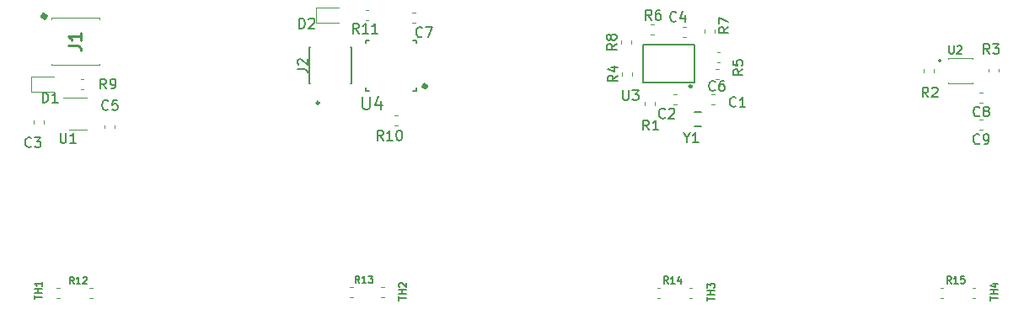
<source format=gto>
G04 #@! TF.GenerationSoftware,KiCad,Pcbnew,(5.99.0-2415-gbbdd3fce7)*
G04 #@! TF.CreationDate,2020-08-31T21:48:51-07:00*
G04 #@! TF.ProjectId,VineHoop_Islands,56696e65-486f-46f7-905f-49736c616e64,rev?*
G04 #@! TF.SameCoordinates,Original*
G04 #@! TF.FileFunction,Legend,Top*
G04 #@! TF.FilePolarity,Positive*
%FSLAX46Y46*%
G04 Gerber Fmt 4.6, Leading zero omitted, Abs format (unit mm)*
G04 Created by KiCad (PCBNEW (5.99.0-2415-gbbdd3fce7)) date 2020-08-31 21:48:51*
%MOMM*%
%LPD*%
G01*
G04 APERTURE LIST*
%ADD10C,0.500000*%
%ADD11C,0.381000*%
%ADD12C,0.150000*%
%ADD13C,0.254000*%
%ADD14C,0.149860*%
%ADD15C,0.120000*%
%ADD16C,0.100000*%
%ADD17C,0.152400*%
%ADD18C,0.200000*%
%ADD19C,0.127000*%
%ADD20C,0.304800*%
%ADD21C,0.250000*%
G04 APERTURE END LIST*
D10*
X127050000Y-52360000D02*
G75*
G03*
X127050000Y-52360000I-150000J0D01*
G01*
D11*
X165290000Y-59400000D02*
G75*
G03*
X165290000Y-59400000I-150000J0D01*
G01*
D12*
X220873333Y-65117142D02*
X220825714Y-65164761D01*
X220682857Y-65212380D01*
X220587619Y-65212380D01*
X220444761Y-65164761D01*
X220349523Y-65069523D01*
X220301904Y-64974285D01*
X220254285Y-64783809D01*
X220254285Y-64640952D01*
X220301904Y-64450476D01*
X220349523Y-64355238D01*
X220444761Y-64260000D01*
X220587619Y-64212380D01*
X220682857Y-64212380D01*
X220825714Y-64260000D01*
X220873333Y-64307619D01*
X221349523Y-65212380D02*
X221540000Y-65212380D01*
X221635238Y-65164761D01*
X221682857Y-65117142D01*
X221778095Y-64974285D01*
X221825714Y-64783809D01*
X221825714Y-64402857D01*
X221778095Y-64307619D01*
X221730476Y-64260000D01*
X221635238Y-64212380D01*
X221444761Y-64212380D01*
X221349523Y-64260000D01*
X221301904Y-64307619D01*
X221254285Y-64402857D01*
X221254285Y-64640952D01*
X221301904Y-64736190D01*
X221349523Y-64783809D01*
X221444761Y-64831428D01*
X221635238Y-64831428D01*
X221730476Y-64783809D01*
X221778095Y-64736190D01*
X221825714Y-64640952D01*
X220893333Y-62357142D02*
X220845714Y-62404761D01*
X220702857Y-62452380D01*
X220607619Y-62452380D01*
X220464761Y-62404761D01*
X220369523Y-62309523D01*
X220321904Y-62214285D01*
X220274285Y-62023809D01*
X220274285Y-61880952D01*
X220321904Y-61690476D01*
X220369523Y-61595238D01*
X220464761Y-61500000D01*
X220607619Y-61452380D01*
X220702857Y-61452380D01*
X220845714Y-61500000D01*
X220893333Y-61547619D01*
X221464761Y-61880952D02*
X221369523Y-61833333D01*
X221321904Y-61785714D01*
X221274285Y-61690476D01*
X221274285Y-61642857D01*
X221321904Y-61547619D01*
X221369523Y-61500000D01*
X221464761Y-61452380D01*
X221655238Y-61452380D01*
X221750476Y-61500000D01*
X221798095Y-61547619D01*
X221845714Y-61642857D01*
X221845714Y-61690476D01*
X221798095Y-61785714D01*
X221750476Y-61833333D01*
X221655238Y-61880952D01*
X221464761Y-61880952D01*
X221369523Y-61928571D01*
X221321904Y-61976190D01*
X221274285Y-62071428D01*
X221274285Y-62261904D01*
X221321904Y-62357142D01*
X221369523Y-62404761D01*
X221464761Y-62452380D01*
X221655238Y-62452380D01*
X221750476Y-62404761D01*
X221798095Y-62357142D01*
X221845714Y-62261904D01*
X221845714Y-62071428D01*
X221798095Y-61976190D01*
X221750476Y-61928571D01*
X221655238Y-61880952D01*
D13*
X129345624Y-55310133D02*
X130252767Y-55310133D01*
X130434196Y-55370609D01*
X130555148Y-55491561D01*
X130615624Y-55672990D01*
X130615624Y-55793942D01*
X130615624Y-54040133D02*
X130615624Y-54765847D01*
X130615624Y-54402990D02*
X129345624Y-54402990D01*
X129527053Y-54523942D01*
X129648005Y-54644895D01*
X129708481Y-54765847D01*
D12*
X196403333Y-61387142D02*
X196355714Y-61434761D01*
X196212857Y-61482380D01*
X196117619Y-61482380D01*
X195974761Y-61434761D01*
X195879523Y-61339523D01*
X195831904Y-61244285D01*
X195784285Y-61053809D01*
X195784285Y-60910952D01*
X195831904Y-60720476D01*
X195879523Y-60625238D01*
X195974761Y-60530000D01*
X196117619Y-60482380D01*
X196212857Y-60482380D01*
X196355714Y-60530000D01*
X196403333Y-60577619D01*
X197355714Y-61482380D02*
X196784285Y-61482380D01*
X197070000Y-61482380D02*
X197070000Y-60482380D01*
X196974761Y-60625238D01*
X196879523Y-60720476D01*
X196784285Y-60768095D01*
X189293333Y-62537142D02*
X189245714Y-62584761D01*
X189102857Y-62632380D01*
X189007619Y-62632380D01*
X188864761Y-62584761D01*
X188769523Y-62489523D01*
X188721904Y-62394285D01*
X188674285Y-62203809D01*
X188674285Y-62060952D01*
X188721904Y-61870476D01*
X188769523Y-61775238D01*
X188864761Y-61680000D01*
X189007619Y-61632380D01*
X189102857Y-61632380D01*
X189245714Y-61680000D01*
X189293333Y-61727619D01*
X189674285Y-61727619D02*
X189721904Y-61680000D01*
X189817142Y-61632380D01*
X190055238Y-61632380D01*
X190150476Y-61680000D01*
X190198095Y-61727619D01*
X190245714Y-61822857D01*
X190245714Y-61918095D01*
X190198095Y-62060952D01*
X189626666Y-62632380D01*
X190245714Y-62632380D01*
X164883333Y-54367142D02*
X164835714Y-54414761D01*
X164692857Y-54462380D01*
X164597619Y-54462380D01*
X164454761Y-54414761D01*
X164359523Y-54319523D01*
X164311904Y-54224285D01*
X164264285Y-54033809D01*
X164264285Y-53890952D01*
X164311904Y-53700476D01*
X164359523Y-53605238D01*
X164454761Y-53510000D01*
X164597619Y-53462380D01*
X164692857Y-53462380D01*
X164835714Y-53510000D01*
X164883333Y-53557619D01*
X165216666Y-53462380D02*
X165883333Y-53462380D01*
X165454761Y-54462380D01*
X197109680Y-57706566D02*
X196633490Y-58039900D01*
X197109680Y-58277995D02*
X196109680Y-58277995D01*
X196109680Y-57897042D01*
X196157300Y-57801804D01*
X196204919Y-57754185D01*
X196300157Y-57706566D01*
X196443014Y-57706566D01*
X196538252Y-57754185D01*
X196585871Y-57801804D01*
X196633490Y-57897042D01*
X196633490Y-58277995D01*
X196109680Y-56801804D02*
X196109680Y-57277995D01*
X196585871Y-57325614D01*
X196538252Y-57277995D01*
X196490633Y-57182757D01*
X196490633Y-56944661D01*
X196538252Y-56849423D01*
X196585871Y-56801804D01*
X196681109Y-56754185D01*
X196919204Y-56754185D01*
X197014442Y-56801804D01*
X197062061Y-56849423D01*
X197109680Y-56944661D01*
X197109680Y-57182757D01*
X197062061Y-57277995D01*
X197014442Y-57325614D01*
X184412580Y-55130266D02*
X183936390Y-55463600D01*
X184412580Y-55701695D02*
X183412580Y-55701695D01*
X183412580Y-55320742D01*
X183460200Y-55225504D01*
X183507819Y-55177885D01*
X183603057Y-55130266D01*
X183745914Y-55130266D01*
X183841152Y-55177885D01*
X183888771Y-55225504D01*
X183936390Y-55320742D01*
X183936390Y-55701695D01*
X183841152Y-54558838D02*
X183793533Y-54654076D01*
X183745914Y-54701695D01*
X183650676Y-54749314D01*
X183603057Y-54749314D01*
X183507819Y-54701695D01*
X183460200Y-54654076D01*
X183412580Y-54558838D01*
X183412580Y-54368361D01*
X183460200Y-54273123D01*
X183507819Y-54225504D01*
X183603057Y-54177885D01*
X183650676Y-54177885D01*
X183745914Y-54225504D01*
X183793533Y-54273123D01*
X183841152Y-54368361D01*
X183841152Y-54558838D01*
X183888771Y-54654076D01*
X183936390Y-54701695D01*
X184031628Y-54749314D01*
X184222104Y-54749314D01*
X184317342Y-54701695D01*
X184364961Y-54654076D01*
X184412580Y-54558838D01*
X184412580Y-54368361D01*
X184364961Y-54273123D01*
X184317342Y-54225504D01*
X184222104Y-54177885D01*
X184031628Y-54177885D01*
X183936390Y-54225504D01*
X183888771Y-54273123D01*
X183841152Y-54368361D01*
X221893333Y-56142380D02*
X221560000Y-55666190D01*
X221321904Y-56142380D02*
X221321904Y-55142380D01*
X221702857Y-55142380D01*
X221798095Y-55190000D01*
X221845714Y-55237619D01*
X221893333Y-55332857D01*
X221893333Y-55475714D01*
X221845714Y-55570952D01*
X221798095Y-55618571D01*
X221702857Y-55666190D01*
X221321904Y-55666190D01*
X222226666Y-55142380D02*
X222845714Y-55142380D01*
X222512380Y-55523333D01*
X222655238Y-55523333D01*
X222750476Y-55570952D01*
X222798095Y-55618571D01*
X222845714Y-55713809D01*
X222845714Y-55951904D01*
X222798095Y-56047142D01*
X222750476Y-56094761D01*
X222655238Y-56142380D01*
X222369523Y-56142380D01*
X222274285Y-56094761D01*
X222226666Y-56047142D01*
D14*
X158892380Y-60474523D02*
X158892380Y-61502619D01*
X158952857Y-61623571D01*
X159013333Y-61684047D01*
X159134285Y-61744523D01*
X159376190Y-61744523D01*
X159497142Y-61684047D01*
X159557619Y-61623571D01*
X159618095Y-61502619D01*
X159618095Y-60474523D01*
X160767142Y-60897857D02*
X160767142Y-61744523D01*
X160464761Y-60414047D02*
X160162380Y-61321190D01*
X160948571Y-61321190D01*
D12*
X217830476Y-55311904D02*
X217830476Y-55959523D01*
X217868571Y-56035714D01*
X217906666Y-56073809D01*
X217982857Y-56111904D01*
X218135238Y-56111904D01*
X218211428Y-56073809D01*
X218249523Y-56035714D01*
X218287619Y-55959523D01*
X218287619Y-55311904D01*
X218630476Y-55388095D02*
X218668571Y-55350000D01*
X218744761Y-55311904D01*
X218935238Y-55311904D01*
X219011428Y-55350000D01*
X219049523Y-55388095D01*
X219087619Y-55464285D01*
X219087619Y-55540476D01*
X219049523Y-55654761D01*
X218592380Y-56111904D01*
X219087619Y-56111904D01*
D14*
X185053327Y-59798328D02*
X185053327Y-60608668D01*
X185100994Y-60704002D01*
X185148661Y-60751669D01*
X185243995Y-60799336D01*
X185434663Y-60799336D01*
X185529997Y-60751669D01*
X185577664Y-60704002D01*
X185625331Y-60608668D01*
X185625331Y-59798328D01*
X186006668Y-59798328D02*
X186626339Y-59798328D01*
X186292670Y-60179665D01*
X186435671Y-60179665D01*
X186531005Y-60227332D01*
X186578672Y-60274999D01*
X186626339Y-60370333D01*
X186626339Y-60608668D01*
X186578672Y-60704002D01*
X186531005Y-60751669D01*
X186435671Y-60799336D01*
X186149669Y-60799336D01*
X186054335Y-60751669D01*
X186006668Y-60704002D01*
D12*
X187673533Y-63803480D02*
X187340200Y-63327290D01*
X187102104Y-63803480D02*
X187102104Y-62803480D01*
X187483057Y-62803480D01*
X187578295Y-62851100D01*
X187625914Y-62898719D01*
X187673533Y-62993957D01*
X187673533Y-63136814D01*
X187625914Y-63232052D01*
X187578295Y-63279671D01*
X187483057Y-63327290D01*
X187102104Y-63327290D01*
X188625914Y-63803480D02*
X188054485Y-63803480D01*
X188340200Y-63803480D02*
X188340200Y-62803480D01*
X188244961Y-62946338D01*
X188149723Y-63041576D01*
X188054485Y-63089195D01*
X160967142Y-64842380D02*
X160633809Y-64366190D01*
X160395714Y-64842380D02*
X160395714Y-63842380D01*
X160776666Y-63842380D01*
X160871904Y-63890000D01*
X160919523Y-63937619D01*
X160967142Y-64032857D01*
X160967142Y-64175714D01*
X160919523Y-64270952D01*
X160871904Y-64318571D01*
X160776666Y-64366190D01*
X160395714Y-64366190D01*
X161919523Y-64842380D02*
X161348095Y-64842380D01*
X161633809Y-64842380D02*
X161633809Y-63842380D01*
X161538571Y-63985238D01*
X161443333Y-64080476D01*
X161348095Y-64128095D01*
X162538571Y-63842380D02*
X162633809Y-63842380D01*
X162729047Y-63890000D01*
X162776666Y-63937619D01*
X162824285Y-64032857D01*
X162871904Y-64223333D01*
X162871904Y-64461428D01*
X162824285Y-64651904D01*
X162776666Y-64747142D01*
X162729047Y-64794761D01*
X162633809Y-64842380D01*
X162538571Y-64842380D01*
X162443333Y-64794761D01*
X162395714Y-64747142D01*
X162348095Y-64651904D01*
X162300476Y-64461428D01*
X162300476Y-64223333D01*
X162348095Y-64032857D01*
X162395714Y-63937619D01*
X162443333Y-63890000D01*
X162538571Y-63842380D01*
X215721933Y-60505080D02*
X215388600Y-60028890D01*
X215150504Y-60505080D02*
X215150504Y-59505080D01*
X215531457Y-59505080D01*
X215626695Y-59552700D01*
X215674314Y-59600319D01*
X215721933Y-59695557D01*
X215721933Y-59838414D01*
X215674314Y-59933652D01*
X215626695Y-59981271D01*
X215531457Y-60028890D01*
X215150504Y-60028890D01*
X216102885Y-59600319D02*
X216150504Y-59552700D01*
X216245742Y-59505080D01*
X216483838Y-59505080D01*
X216579076Y-59552700D01*
X216626695Y-59600319D01*
X216674314Y-59695557D01*
X216674314Y-59790795D01*
X216626695Y-59933652D01*
X216055266Y-60505080D01*
X216674314Y-60505080D01*
X187935333Y-52734380D02*
X187602000Y-52258190D01*
X187363904Y-52734380D02*
X187363904Y-51734380D01*
X187744857Y-51734380D01*
X187840095Y-51782000D01*
X187887714Y-51829619D01*
X187935333Y-51924857D01*
X187935333Y-52067714D01*
X187887714Y-52162952D01*
X187840095Y-52210571D01*
X187744857Y-52258190D01*
X187363904Y-52258190D01*
X188792476Y-51734380D02*
X188602000Y-51734380D01*
X188506761Y-51782000D01*
X188459142Y-51829619D01*
X188363904Y-51972476D01*
X188316285Y-52162952D01*
X188316285Y-52543904D01*
X188363904Y-52639142D01*
X188411523Y-52686761D01*
X188506761Y-52734380D01*
X188697238Y-52734380D01*
X188792476Y-52686761D01*
X188840095Y-52639142D01*
X188887714Y-52543904D01*
X188887714Y-52305809D01*
X188840095Y-52210571D01*
X188792476Y-52162952D01*
X188697238Y-52115333D01*
X188506761Y-52115333D01*
X188411523Y-52162952D01*
X188363904Y-52210571D01*
X188316285Y-52305809D01*
X195666380Y-53464666D02*
X195190190Y-53798000D01*
X195666380Y-54036095D02*
X194666380Y-54036095D01*
X194666380Y-53655142D01*
X194714000Y-53559904D01*
X194761619Y-53512285D01*
X194856857Y-53464666D01*
X194999714Y-53464666D01*
X195094952Y-53512285D01*
X195142571Y-53559904D01*
X195190190Y-53655142D01*
X195190190Y-54036095D01*
X194666380Y-53131333D02*
X194666380Y-52464666D01*
X195666380Y-52893238D01*
X190423533Y-52808242D02*
X190375914Y-52855861D01*
X190233057Y-52903480D01*
X190137819Y-52903480D01*
X189994961Y-52855861D01*
X189899723Y-52760623D01*
X189852104Y-52665385D01*
X189804485Y-52474909D01*
X189804485Y-52332052D01*
X189852104Y-52141576D01*
X189899723Y-52046338D01*
X189994961Y-51951100D01*
X190137819Y-51903480D01*
X190233057Y-51903480D01*
X190375914Y-51951100D01*
X190423533Y-51998719D01*
X191280676Y-52236814D02*
X191280676Y-52903480D01*
X191042580Y-51855861D02*
X190804485Y-52570147D01*
X191423533Y-52570147D01*
X184542580Y-58317766D02*
X184066390Y-58651100D01*
X184542580Y-58889195D02*
X183542580Y-58889195D01*
X183542580Y-58508242D01*
X183590200Y-58413004D01*
X183637819Y-58365385D01*
X183733057Y-58317766D01*
X183875914Y-58317766D01*
X183971152Y-58365385D01*
X184018771Y-58413004D01*
X184066390Y-58508242D01*
X184066390Y-58889195D01*
X183875914Y-57460623D02*
X184542580Y-57460623D01*
X183494961Y-57698719D02*
X184209247Y-57936814D01*
X184209247Y-57317766D01*
X133353333Y-61697142D02*
X133305714Y-61744761D01*
X133162857Y-61792380D01*
X133067619Y-61792380D01*
X132924761Y-61744761D01*
X132829523Y-61649523D01*
X132781904Y-61554285D01*
X132734285Y-61363809D01*
X132734285Y-61220952D01*
X132781904Y-61030476D01*
X132829523Y-60935238D01*
X132924761Y-60840000D01*
X133067619Y-60792380D01*
X133162857Y-60792380D01*
X133305714Y-60840000D01*
X133353333Y-60887619D01*
X134258095Y-60792380D02*
X133781904Y-60792380D01*
X133734285Y-61268571D01*
X133781904Y-61220952D01*
X133877142Y-61173333D01*
X134115238Y-61173333D01*
X134210476Y-61220952D01*
X134258095Y-61268571D01*
X134305714Y-61363809D01*
X134305714Y-61601904D01*
X134258095Y-61697142D01*
X134210476Y-61744761D01*
X134115238Y-61792380D01*
X133877142Y-61792380D01*
X133781904Y-61744761D01*
X133734285Y-61697142D01*
X128537994Y-64094183D02*
X128537994Y-64903707D01*
X128585613Y-64998945D01*
X128633232Y-65046564D01*
X128728470Y-65094183D01*
X128918946Y-65094183D01*
X129014184Y-65046564D01*
X129061803Y-64998945D01*
X129109422Y-64903707D01*
X129109422Y-64094183D01*
X130109422Y-65094183D02*
X129537994Y-65094183D01*
X129823708Y-65094183D02*
X129823708Y-64094183D01*
X129728470Y-64237041D01*
X129633232Y-64332279D01*
X129537994Y-64379898D01*
X152541904Y-53582380D02*
X152541904Y-52582380D01*
X152780000Y-52582380D01*
X152922857Y-52630000D01*
X153018095Y-52725238D01*
X153065714Y-52820476D01*
X153113333Y-53010952D01*
X153113333Y-53153809D01*
X153065714Y-53344285D01*
X153018095Y-53439523D01*
X152922857Y-53534761D01*
X152780000Y-53582380D01*
X152541904Y-53582380D01*
X153494285Y-52677619D02*
X153541904Y-52630000D01*
X153637142Y-52582380D01*
X153875238Y-52582380D01*
X153970476Y-52630000D01*
X154018095Y-52677619D01*
X154065714Y-52772857D01*
X154065714Y-52868095D01*
X154018095Y-53010952D01*
X153446666Y-53582380D01*
X154065714Y-53582380D01*
X158517142Y-54072380D02*
X158183809Y-53596190D01*
X157945714Y-54072380D02*
X157945714Y-53072380D01*
X158326666Y-53072380D01*
X158421904Y-53120000D01*
X158469523Y-53167619D01*
X158517142Y-53262857D01*
X158517142Y-53405714D01*
X158469523Y-53500952D01*
X158421904Y-53548571D01*
X158326666Y-53596190D01*
X157945714Y-53596190D01*
X159469523Y-54072380D02*
X158898095Y-54072380D01*
X159183809Y-54072380D02*
X159183809Y-53072380D01*
X159088571Y-53215238D01*
X158993333Y-53310476D01*
X158898095Y-53358095D01*
X160421904Y-54072380D02*
X159850476Y-54072380D01*
X160136190Y-54072380D02*
X160136190Y-53072380D01*
X160040952Y-53215238D01*
X159945714Y-53310476D01*
X159850476Y-53358095D01*
X126761904Y-61042380D02*
X126761904Y-60042380D01*
X127000000Y-60042380D01*
X127142857Y-60090000D01*
X127238095Y-60185238D01*
X127285714Y-60280476D01*
X127333333Y-60470952D01*
X127333333Y-60613809D01*
X127285714Y-60804285D01*
X127238095Y-60899523D01*
X127142857Y-60994761D01*
X127000000Y-61042380D01*
X126761904Y-61042380D01*
X128285714Y-61042380D02*
X127714285Y-61042380D01*
X128000000Y-61042380D02*
X128000000Y-60042380D01*
X127904761Y-60185238D01*
X127809523Y-60280476D01*
X127714285Y-60328095D01*
X133150733Y-59652380D02*
X132817400Y-59176190D01*
X132579304Y-59652380D02*
X132579304Y-58652380D01*
X132960257Y-58652380D01*
X133055495Y-58700000D01*
X133103114Y-58747619D01*
X133150733Y-58842857D01*
X133150733Y-58985714D01*
X133103114Y-59080952D01*
X133055495Y-59128571D01*
X132960257Y-59176190D01*
X132579304Y-59176190D01*
X133626923Y-59652380D02*
X133817400Y-59652380D01*
X133912638Y-59604761D01*
X133960257Y-59557142D01*
X134055495Y-59414285D01*
X134103114Y-59223809D01*
X134103114Y-58842857D01*
X134055495Y-58747619D01*
X134007876Y-58700000D01*
X133912638Y-58652380D01*
X133722161Y-58652380D01*
X133626923Y-58700000D01*
X133579304Y-58747619D01*
X133531685Y-58842857D01*
X133531685Y-59080952D01*
X133579304Y-59176190D01*
X133626923Y-59223809D01*
X133722161Y-59271428D01*
X133912638Y-59271428D01*
X134007876Y-59223809D01*
X134055495Y-59176190D01*
X134103114Y-59080952D01*
X194323533Y-59758242D02*
X194275914Y-59805861D01*
X194133057Y-59853480D01*
X194037819Y-59853480D01*
X193894961Y-59805861D01*
X193799723Y-59710623D01*
X193752104Y-59615385D01*
X193704485Y-59424909D01*
X193704485Y-59282052D01*
X193752104Y-59091576D01*
X193799723Y-58996338D01*
X193894961Y-58901100D01*
X194037819Y-58853480D01*
X194133057Y-58853480D01*
X194275914Y-58901100D01*
X194323533Y-58948719D01*
X195180676Y-58853480D02*
X194990200Y-58853480D01*
X194894961Y-58901100D01*
X194847342Y-58948719D01*
X194752104Y-59091576D01*
X194704485Y-59282052D01*
X194704485Y-59663004D01*
X194752104Y-59758242D01*
X194799723Y-59805861D01*
X194894961Y-59853480D01*
X195085438Y-59853480D01*
X195180676Y-59805861D01*
X195228295Y-59758242D01*
X195275914Y-59663004D01*
X195275914Y-59424909D01*
X195228295Y-59329671D01*
X195180676Y-59282052D01*
X195085438Y-59234433D01*
X194894961Y-59234433D01*
X194799723Y-59282052D01*
X194752104Y-59329671D01*
X194704485Y-59424909D01*
X152362380Y-57668690D02*
X153076666Y-57668690D01*
X153219523Y-57716309D01*
X153314761Y-57811547D01*
X153362380Y-57954404D01*
X153362380Y-58049642D01*
X152457619Y-57240119D02*
X152410000Y-57192500D01*
X152362380Y-57097261D01*
X152362380Y-56859166D01*
X152410000Y-56763928D01*
X152457619Y-56716309D01*
X152552857Y-56668690D01*
X152648095Y-56668690D01*
X152790952Y-56716309D01*
X153362380Y-57287738D01*
X153362380Y-56668690D01*
D14*
X191455809Y-64577190D02*
X191455809Y-65053380D01*
X191122476Y-64053380D02*
X191455809Y-64577190D01*
X191789142Y-64053380D01*
X192646285Y-65053380D02*
X192074857Y-65053380D01*
X192360571Y-65053380D02*
X192360571Y-64053380D01*
X192265333Y-64196238D01*
X192170095Y-64291476D01*
X192074857Y-64339095D01*
D12*
X162540533Y-80934400D02*
X162540533Y-80528000D01*
X163251733Y-80731200D02*
X162540533Y-80731200D01*
X163251733Y-80290933D02*
X162540533Y-80290933D01*
X162879200Y-80290933D02*
X162879200Y-79884533D01*
X163251733Y-79884533D02*
X162540533Y-79884533D01*
X162608266Y-79579733D02*
X162574400Y-79545866D01*
X162540533Y-79478133D01*
X162540533Y-79308800D01*
X162574400Y-79241066D01*
X162608266Y-79207200D01*
X162676000Y-79173333D01*
X162743733Y-79173333D01*
X162845333Y-79207200D01*
X163251733Y-79613600D01*
X163251733Y-79173333D01*
X222000533Y-80934400D02*
X222000533Y-80528000D01*
X222711733Y-80731200D02*
X222000533Y-80731200D01*
X222711733Y-80290933D02*
X222000533Y-80290933D01*
X222339200Y-80290933D02*
X222339200Y-79884533D01*
X222711733Y-79884533D02*
X222000533Y-79884533D01*
X222237600Y-79241066D02*
X222711733Y-79241066D01*
X221966666Y-79410400D02*
X222474666Y-79579733D01*
X222474666Y-79139466D01*
X193550533Y-80984400D02*
X193550533Y-80578000D01*
X194261733Y-80781200D02*
X193550533Y-80781200D01*
X194261733Y-80340933D02*
X193550533Y-80340933D01*
X193889200Y-80340933D02*
X193889200Y-79934533D01*
X194261733Y-79934533D02*
X193550533Y-79934533D01*
X193550533Y-79663600D02*
X193550533Y-79223333D01*
X193821466Y-79460400D01*
X193821466Y-79358800D01*
X193855333Y-79291066D01*
X193889200Y-79257200D01*
X193956933Y-79223333D01*
X194126266Y-79223333D01*
X194194000Y-79257200D01*
X194227866Y-79291066D01*
X194261733Y-79358800D01*
X194261733Y-79562000D01*
X194227866Y-79629733D01*
X194194000Y-79663600D01*
X125986666Y-80810000D02*
X125986666Y-80410000D01*
X126686666Y-80610000D02*
X125986666Y-80610000D01*
X126686666Y-80176666D02*
X125986666Y-80176666D01*
X126320000Y-80176666D02*
X126320000Y-79776666D01*
X126686666Y-79776666D02*
X125986666Y-79776666D01*
X126686666Y-79076666D02*
X126686666Y-79476666D01*
X126686666Y-79276666D02*
X125986666Y-79276666D01*
X126086666Y-79343333D01*
X126153333Y-79410000D01*
X126186666Y-79476666D01*
X218032800Y-79221733D02*
X217795733Y-78883066D01*
X217626400Y-79221733D02*
X217626400Y-78510533D01*
X217897333Y-78510533D01*
X217965066Y-78544400D01*
X217998933Y-78578266D01*
X218032800Y-78646000D01*
X218032800Y-78747600D01*
X217998933Y-78815333D01*
X217965066Y-78849200D01*
X217897333Y-78883066D01*
X217626400Y-78883066D01*
X218710133Y-79221733D02*
X218303733Y-79221733D01*
X218506933Y-79221733D02*
X218506933Y-78510533D01*
X218439200Y-78612133D01*
X218371466Y-78679866D01*
X218303733Y-78713733D01*
X219353600Y-78510533D02*
X219014933Y-78510533D01*
X218981066Y-78849200D01*
X219014933Y-78815333D01*
X219082666Y-78781466D01*
X219252000Y-78781466D01*
X219319733Y-78815333D01*
X219353600Y-78849200D01*
X219387466Y-78916933D01*
X219387466Y-79086266D01*
X219353600Y-79154000D01*
X219319733Y-79187866D01*
X219252000Y-79221733D01*
X219082666Y-79221733D01*
X219014933Y-79187866D01*
X218981066Y-79154000D01*
X129890000Y-79266666D02*
X129656666Y-78933333D01*
X129490000Y-79266666D02*
X129490000Y-78566666D01*
X129756666Y-78566666D01*
X129823333Y-78600000D01*
X129856666Y-78633333D01*
X129890000Y-78700000D01*
X129890000Y-78800000D01*
X129856666Y-78866666D01*
X129823333Y-78900000D01*
X129756666Y-78933333D01*
X129490000Y-78933333D01*
X130556666Y-79266666D02*
X130156666Y-79266666D01*
X130356666Y-79266666D02*
X130356666Y-78566666D01*
X130290000Y-78666666D01*
X130223333Y-78733333D01*
X130156666Y-78766666D01*
X130823333Y-78633333D02*
X130856666Y-78600000D01*
X130923333Y-78566666D01*
X131090000Y-78566666D01*
X131156666Y-78600000D01*
X131190000Y-78633333D01*
X131223333Y-78700000D01*
X131223333Y-78766666D01*
X131190000Y-78866666D01*
X130790000Y-79266666D01*
X131223333Y-79266666D01*
X158572800Y-79181733D02*
X158335733Y-78843066D01*
X158166400Y-79181733D02*
X158166400Y-78470533D01*
X158437333Y-78470533D01*
X158505066Y-78504400D01*
X158538933Y-78538266D01*
X158572800Y-78606000D01*
X158572800Y-78707600D01*
X158538933Y-78775333D01*
X158505066Y-78809200D01*
X158437333Y-78843066D01*
X158166400Y-78843066D01*
X159250133Y-79181733D02*
X158843733Y-79181733D01*
X159046933Y-79181733D02*
X159046933Y-78470533D01*
X158979200Y-78572133D01*
X158911466Y-78639866D01*
X158843733Y-78673733D01*
X159487200Y-78470533D02*
X159927466Y-78470533D01*
X159690400Y-78741466D01*
X159792000Y-78741466D01*
X159859733Y-78775333D01*
X159893600Y-78809200D01*
X159927466Y-78876933D01*
X159927466Y-79046266D01*
X159893600Y-79114000D01*
X159859733Y-79147866D01*
X159792000Y-79181733D01*
X159588800Y-79181733D01*
X159521066Y-79147866D01*
X159487200Y-79114000D01*
X189582800Y-79241733D02*
X189345733Y-78903066D01*
X189176400Y-79241733D02*
X189176400Y-78530533D01*
X189447333Y-78530533D01*
X189515066Y-78564400D01*
X189548933Y-78598266D01*
X189582800Y-78666000D01*
X189582800Y-78767600D01*
X189548933Y-78835333D01*
X189515066Y-78869200D01*
X189447333Y-78903066D01*
X189176400Y-78903066D01*
X190260133Y-79241733D02*
X189853733Y-79241733D01*
X190056933Y-79241733D02*
X190056933Y-78530533D01*
X189989200Y-78632133D01*
X189921466Y-78699866D01*
X189853733Y-78733733D01*
X190869733Y-78767600D02*
X190869733Y-79241733D01*
X190700400Y-78496666D02*
X190531066Y-79004666D01*
X190971333Y-79004666D01*
X125623333Y-65437142D02*
X125575714Y-65484761D01*
X125432857Y-65532380D01*
X125337619Y-65532380D01*
X125194761Y-65484761D01*
X125099523Y-65389523D01*
X125051904Y-65294285D01*
X125004285Y-65103809D01*
X125004285Y-64960952D01*
X125051904Y-64770476D01*
X125099523Y-64675238D01*
X125194761Y-64580000D01*
X125337619Y-64532380D01*
X125432857Y-64532380D01*
X125575714Y-64580000D01*
X125623333Y-64627619D01*
X125956666Y-64532380D02*
X126575714Y-64532380D01*
X126242380Y-64913333D01*
X126385238Y-64913333D01*
X126480476Y-64960952D01*
X126528095Y-65008571D01*
X126575714Y-65103809D01*
X126575714Y-65341904D01*
X126528095Y-65437142D01*
X126480476Y-65484761D01*
X126385238Y-65532380D01*
X126099523Y-65532380D01*
X126004285Y-65484761D01*
X125956666Y-65437142D01*
D15*
X220887221Y-63790000D02*
X221212779Y-63790000D01*
X220887221Y-62770000D02*
X221212779Y-62770000D01*
X221222779Y-60060000D02*
X220897221Y-60060000D01*
X221222779Y-61080000D02*
X220897221Y-61080000D01*
D16*
X132456101Y-52526800D02*
X127626101Y-52526800D01*
X127626101Y-52526800D02*
X127626101Y-52656800D01*
X132456101Y-52656800D02*
X132456101Y-52526800D01*
X127626101Y-57246800D02*
X127626101Y-57156800D01*
X132456101Y-57246800D02*
X127626101Y-57246800D01*
X132456101Y-57156800D02*
X132456101Y-57246800D01*
D15*
X193972221Y-60170000D02*
X194297779Y-60170000D01*
X193972221Y-61190000D02*
X194297779Y-61190000D01*
X190487779Y-60170000D02*
X190162221Y-60170000D01*
X190487779Y-61190000D02*
X190162221Y-61190000D01*
X163864221Y-51983000D02*
X164189779Y-51983000D01*
X163864221Y-53003000D02*
X164189779Y-53003000D01*
X194488021Y-56013900D02*
X194813579Y-56013900D01*
X194488021Y-57033900D02*
X194813579Y-57033900D01*
X185900200Y-55126379D02*
X185900200Y-54800821D01*
X184880200Y-55126379D02*
X184880200Y-54800821D01*
X221778600Y-57965479D02*
X221778600Y-57639921D01*
X222798600Y-57965479D02*
X222798600Y-57639921D01*
D17*
X159531300Y-54779000D02*
X159226500Y-54779000D01*
X159226500Y-54779000D02*
X159226500Y-55083800D01*
X159226500Y-59859000D02*
X159531300Y-59859000D01*
X164306500Y-54779000D02*
X164001700Y-54779000D01*
X159226500Y-59554200D02*
X159226500Y-59859000D01*
X164306500Y-59859000D02*
X164306500Y-59554200D01*
X164001700Y-59859000D02*
X164306500Y-59859000D01*
X164306500Y-55083800D02*
X164306500Y-54779000D01*
D16*
X217725000Y-56575000D02*
X217725000Y-56650000D01*
X220225000Y-56575000D02*
X220225000Y-56650000D01*
X220225000Y-56575000D02*
X217725000Y-56575000D01*
X217725000Y-59075000D02*
X217725000Y-59000000D01*
X220225000Y-59075000D02*
X220225000Y-59000000D01*
X217725000Y-59075000D02*
X220225000Y-59075000D01*
D18*
X216975000Y-56825000D02*
G75*
G03*
X216975000Y-56825000I-100000J0D01*
G01*
D19*
X192250000Y-59000000D02*
X192250000Y-55200000D01*
X187050000Y-59000000D02*
X192250000Y-59000000D01*
X187050000Y-55200000D02*
X187050000Y-59000000D01*
X192250000Y-55200000D02*
X187050000Y-55200000D01*
D20*
X191950000Y-59400000D02*
G75*
G03*
X191950000Y-59400000I-100000J0D01*
G01*
D15*
X188231000Y-60983721D02*
X188231000Y-61309279D01*
X187211000Y-60983721D02*
X187211000Y-61309279D01*
X162137221Y-62315000D02*
X162462779Y-62315000D01*
X162137221Y-63335000D02*
X162462779Y-63335000D01*
X215278600Y-58002979D02*
X215278600Y-57677421D01*
X216298600Y-58002979D02*
X216298600Y-57677421D01*
X188177779Y-54165000D02*
X187852221Y-54165000D01*
X188177779Y-53145000D02*
X187852221Y-53145000D01*
X193235000Y-54035279D02*
X193235000Y-53709721D01*
X194255000Y-54035279D02*
X194255000Y-53709721D01*
X191048721Y-54424000D02*
X191374279Y-54424000D01*
X191048721Y-53404000D02*
X191374279Y-53404000D01*
X185945000Y-57986721D02*
X185945000Y-58312279D01*
X184925000Y-57986721D02*
X184925000Y-58312279D01*
X132990000Y-63308024D02*
X132990000Y-63633582D01*
X134010000Y-63308024D02*
X134010000Y-63633582D01*
X129438899Y-63743303D02*
X131238899Y-63743303D01*
X131238899Y-60523303D02*
X128788899Y-60523303D01*
X156495600Y-51523600D02*
X154210600Y-51523600D01*
X154210600Y-52993600D02*
X156495600Y-52993600D01*
X154210600Y-51523600D02*
X154210600Y-52993600D01*
X159190721Y-52794000D02*
X159516279Y-52794000D01*
X159190721Y-51774000D02*
X159516279Y-51774000D01*
X125594900Y-59935000D02*
X127879900Y-59935000D01*
X125594900Y-58465000D02*
X125594900Y-59935000D01*
X127879900Y-58465000D02*
X125594900Y-58465000D01*
X130900279Y-58690000D02*
X130574721Y-58690000D01*
X130900279Y-59710000D02*
X130574721Y-59710000D01*
X194661079Y-57691100D02*
X194335521Y-57691100D01*
X194661079Y-58711100D02*
X194335521Y-58711100D01*
D12*
X157800500Y-59134000D02*
X157800500Y-55504000D01*
X157695500Y-59134000D02*
X157800500Y-59134000D01*
X157695500Y-55504000D02*
X157800500Y-55504000D01*
X153540500Y-59134000D02*
X153540500Y-55504000D01*
X153540500Y-55504000D02*
X153645500Y-55504000D01*
X153540500Y-59134000D02*
X153645500Y-59134000D01*
D21*
X154525500Y-61069000D02*
G75*
G03*
X154525500Y-61069000I-125000J0D01*
G01*
D19*
X192917000Y-63446000D02*
X192217000Y-63446000D01*
X192917000Y-61946000D02*
X192217000Y-61946000D01*
D15*
X161096207Y-79606235D02*
X160770649Y-79606235D01*
X161096207Y-80626235D02*
X160770649Y-80626235D01*
X220471807Y-79699408D02*
X220146249Y-79699408D01*
X220471807Y-80719408D02*
X220146249Y-80719408D01*
X192024794Y-79670528D02*
X191699236Y-79670528D01*
X192024794Y-80690528D02*
X191699236Y-80690528D01*
X128167221Y-80710000D02*
X128492779Y-80710000D01*
X128167221Y-79690000D02*
X128492779Y-79690000D01*
X216934721Y-80710000D02*
X217260279Y-80710000D01*
X216934721Y-79690000D02*
X217260279Y-79690000D01*
X131792779Y-79690000D02*
X131467221Y-79690000D01*
X131792779Y-80710000D02*
X131467221Y-80710000D01*
X157589721Y-80650000D02*
X157915279Y-80650000D01*
X157589721Y-79630000D02*
X157915279Y-79630000D01*
X188484471Y-80704250D02*
X188810029Y-80704250D01*
X188484471Y-79684250D02*
X188810029Y-79684250D01*
X126910000Y-62858024D02*
X126910000Y-63183582D01*
X125890000Y-62858024D02*
X125890000Y-63183582D01*
M02*

</source>
